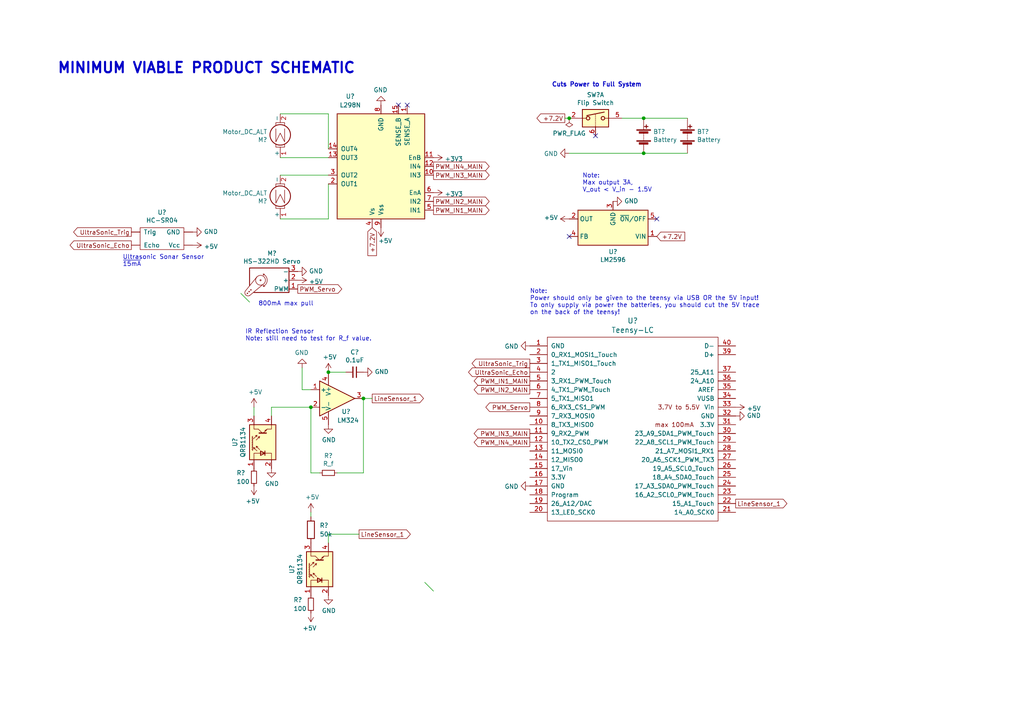
<source format=kicad_sch>
(kicad_sch (version 20211123) (generator eeschema)
  (paper "A4")
  (lib_symbols
    (symbol "Analog_Switch:DG9422DV" (pin_names (offset 0.254))
      (property "Reference" "U" (at -3.683 5.334 0))
      (property "Value" "DG9422DV" (at -3.683 3.556 0))
      (symbol "DG9422DV_1_1"
        (rectangle (start -3.81 2.54) (end 3.81 -2.54) (stroke (width 0.254)) (fill (type background)))
        (circle (center -2.159 0) (radius 0.508) (stroke (width 0.254)))
        (polyline (pts (xy -5.08 0) (xy -2.794 0)))
        (polyline (pts (xy -2.54 0.762) (xy 2.54 1.778)) (stroke (width 0.254)))
        (polyline (pts (xy 0 -2.54) (xy 0 -2.032)))
        (polyline (pts (xy 0 -1.778) (xy 0 -1.524)))
        (polyline (pts (xy 0 -1.27) (xy 0 -1.016)))
        (polyline (pts (xy 0 -0.762) (xy 0 -0.508)))
        (polyline (pts (xy 0 -0.254) (xy 0 0)))
        (polyline (pts (xy 0 0.254) (xy 0 0.508)))
        (polyline (pts (xy 0 0.762) (xy 0 1.016)))
        (polyline (pts (xy 5.08 0) (xy 2.794 0)))
        (circle (center 2.159 0) (radius 0.508) (stroke (width 0.254)))
        (pin passive line (at -7.62 0 0) (length 2.54) (name "~") (number "2"))
        (pin passive line (at 7.62 0 180) (length 2.54) (name "~") (number "5"))
        (pin input line (at 0 -5.08 90) (length 2.54) (name "~") (number "6"))
      )
      (symbol "DG9422DV_2_0"
        (pin power_in line (at 0 12.7 270) (length 2.54) (name "V+") (number "1"))
        (pin power_in line (at 2.54 -12.7 90) (length 2.54) (name "V-") (number "3"))
        (pin power_in line (at 0 -12.7 90) (length 2.54) (name "GND") (number "4"))
      )
      (symbol "DG9422DV_2_1"
        (rectangle (start -3.81 10.16) (end 6.35 -10.16) (stroke (width 0.254)) (fill (type background)))
      )
    )
    (symbol "Device:Battery" (pin_numbers hide) (pin_names (offset 0) hide)
      (property "Reference" "BT" (at 2.54 2.54 0))
      (property "Value" "Battery" (at 2.54 0 0))
      (symbol "Battery_0_1"
        (rectangle (start -2.032 -1.397) (end 2.032 -1.651) (fill (type outline)))
        (rectangle (start -2.032 1.778) (end 2.032 1.524) (fill (type outline)))
        (rectangle (start -1.3208 -1.9812) (end 1.27 -2.4892) (fill (type outline)))
        (rectangle (start -1.3208 1.1938) (end 1.27 0.6858) (fill (type outline)))
        (polyline (pts (xy 0 -1.524) (xy 0 -1.27)))
        (polyline (pts (xy 0 -1.016) (xy 0 -0.762)))
        (polyline (pts (xy 0 -0.508) (xy 0 -0.254)))
        (polyline (pts (xy 0 0) (xy 0 0.254)))
        (polyline (pts (xy 0 0.508) (xy 0 0.762)))
        (polyline (pts (xy 0 1.778) (xy 0 2.54)))
        (polyline (pts (xy 0.254 2.667) (xy 1.27 2.667)) (stroke (width 0.254)))
        (polyline (pts (xy 0.762 3.175) (xy 0.762 2.159)) (stroke (width 0.254)))
      )
      (symbol "Battery_1_1"
        (pin passive line (at 0 5.08 270) (length 2.54) (name "+") (number "1"))
        (pin passive line (at 0 -5.08 90) (length 2.54) (name "-") (number "2"))
      )
    )
    (symbol "Device:C_Small" (pin_numbers hide) (pin_names (offset 0.254) hide)
      (property "Reference" "C" (at 0.254 1.778 0))
      (property "Value" "C_Small" (at 0.254 -2.032 0))
      (symbol "C_Small_0_1"
        (polyline (pts (xy -1.524 -0.508) (xy 1.524 -0.508)) (stroke (width 0.3302)))
        (polyline (pts (xy -1.524 0.508) (xy 1.524 0.508)) (stroke (width 0.3048)))
      )
      (symbol "C_Small_1_1"
        (pin passive line (at 0 2.54 270) (length 2.032) (name "~") (number "1"))
        (pin passive line (at 0 -2.54 90) (length 2.032) (name "~") (number "2"))
      )
    )
    (symbol "Device:R" (pin_numbers hide) (pin_names (offset 0))
      (property "Reference" "R" (at 2.032 0 90))
      (property "Value" "R" (at 0 0 90))
      (symbol "R_0_1"
        (rectangle (start -1.016 -2.54) (end 1.016 2.54) (stroke (width 0.254)))
      )
      (symbol "R_1_1"
        (pin passive line (at 0 3.81 270) (length 1.27) (name "~") (number "1"))
        (pin passive line (at 0 -3.81 90) (length 1.27) (name "~") (number "2"))
      )
    )
    (symbol "Device:R_Small" (pin_numbers hide) (pin_names (offset 0.254) hide)
      (property "Reference" "R" (at 0.762 0.508 0))
      (property "Value" "R_Small" (at 0.762 -1.016 0))
      (symbol "R_Small_0_1"
        (rectangle (start -0.762 1.778) (end 0.762 -1.778) (stroke (width 0.2032)))
      )
      (symbol "R_Small_1_1"
        (pin passive line (at 0 2.54 270) (length 0.762) (name "~") (number "1"))
        (pin passive line (at 0 -2.54 90) (length 0.762) (name "~") (number "2"))
      )
    )
    (symbol "Driver_Motor:L298HN" (pin_names (offset 1.016))
      (property "Reference" "U" (at -10.16 16.51 0))
      (property "Value" "L298HN" (at 12.7 16.51 0))
      (symbol "L298HN_0_1"
        (rectangle (start -12.7 15.24) (end 12.7 -15.24) (stroke (width 0.254)) (fill (type background)))
      )
      (symbol "L298HN_1_1"
        (pin power_in line (at -7.62 -17.78 90) (length 2.54) (name "SENSE_A") (number "1"))
        (pin input line (at -15.24 2.54 0) (length 2.54) (name "IN3") (number "10"))
        (pin input line (at -15.24 -2.54 0) (length 2.54) (name "EnB") (number "11"))
        (pin input line (at -15.24 0 0) (length 2.54) (name "IN4") (number "12"))
        (pin output line (at 15.24 -2.54 180) (length 2.54) (name "OUT3") (number "13"))
        (pin output line (at 15.24 -5.08 180) (length 2.54) (name "OUT4") (number "14"))
        (pin power_in line (at -5.08 -17.78 90) (length 2.54) (name "SENSE_B") (number "15"))
        (pin output line (at 15.24 5.08 180) (length 2.54) (name "OUT1") (number "2"))
        (pin output line (at 15.24 2.54 180) (length 2.54) (name "OUT2") (number "3"))
        (pin power_in line (at 2.54 17.78 270) (length 2.54) (name "Vs") (number "4"))
        (pin input line (at -15.24 12.7 0) (length 2.54) (name "IN1") (number "5"))
        (pin input line (at -15.24 7.62 0) (length 2.54) (name "EnA") (number "6"))
        (pin input line (at -15.24 10.16 0) (length 2.54) (name "IN2") (number "7"))
        (pin power_in line (at 0 -17.78 90) (length 2.54) (name "GND") (number "8"))
        (pin power_in line (at 0 17.78 270) (length 2.54) (name "Vss") (number "9"))
      )
    )
    (symbol "Motor:Motor_DC_ALT" (pin_names (offset 0))
      (property "Reference" "M" (at 2.54 2.54 0))
      (property "Value" "Motor_DC_ALT" (at 2.54 -5.08 0))
      (symbol "Motor_DC_ALT_0_0"
        (circle (center 0 -1.524) (radius 2.9718) (stroke (width 0.254)))
        (polyline (pts (xy -1.27 -4.318) (xy -1.27 -5.08) (xy 1.27 -5.08) (xy 1.27 -4.318)))
        (polyline (pts (xy -1.27 1.27) (xy -1.27 2.032) (xy 1.27 2.032) (xy 1.27 1.27)))
        (polyline (pts (xy -1.27 -3.302) (xy -1.27 0.508) (xy 0 -2.032) (xy 1.27 0.508) (xy 1.27 -3.302)))
      )
      (symbol "Motor_DC_ALT_0_1"
        (polyline (pts (xy 0 2.032) (xy 0 2.54)))
      )
      (symbol "Motor_DC_ALT_1_1"
        (pin passive line (at 0 5.08 270) (length 2.54) (name "+") (number "1"))
        (pin passive line (at 0 -7.62 90) (length 2.54) (name "-") (number "2"))
      )
    )
    (symbol "Motor:Motor_Servo" (pin_names (offset 0.0254))
      (property "Reference" "M" (at -5.08 4.445 0))
      (property "Value" "Motor_Servo" (at -5.08 -4.064 0))
      (symbol "Motor_Servo_0_1"
        (polyline (pts (xy 2.413 -1.778) (xy 2.032 -1.778)))
        (polyline (pts (xy 2.413 -1.778) (xy 2.286 -1.397)))
        (polyline (pts (xy 2.413 1.778) (xy 1.905 1.778)))
        (polyline (pts (xy 2.413 1.778) (xy 2.286 1.397)))
        (polyline (pts (xy 6.35 4.445) (xy 2.54 1.27)))
        (polyline (pts (xy 7.62 3.175) (xy 4.191 -1.016)))
        (polyline (pts (xy 5.08 3.556) (xy -5.08 3.556) (xy -5.08 -3.556) (xy 6.35 -3.556) (xy 6.35 1.524)) (stroke (width 0.254)))
        (arc (start 2.413 1.778) (mid 1.2406 0) (end 2.413 -1.778))
        (circle (center 3.175 0) (radius 0.1778))
        (circle (center 3.175 0) (radius 1.4224))
        (circle (center 5.969 2.794) (radius 0.127))
        (circle (center 6.477 3.302) (radius 0.127))
        (circle (center 6.985 3.81) (radius 0.127))
        (arc (start 7.62 3.175) (mid 7.4485 4.2735) (end 6.35 4.445))
      )
      (symbol "Motor_Servo_1_1"
        (pin passive line (at -7.62 2.54 0) (length 2.54) (name "PWM") (number "1"))
        (pin passive line (at -7.62 0 0) (length 2.54) (name "+") (number "2"))
        (pin passive line (at -7.62 -2.54 0) (length 2.54) (name "-") (number "3"))
      )
    )
    (symbol "Regulator_Switching:LM2596S-5"
      (property "Reference" "U" (at -10.16 6.35 0))
      (property "Value" "LM2596S-5" (at 0 6.35 0))
      (symbol "LM2596S-5_0_1"
        (rectangle (start -10.16 5.08) (end 10.16 -5.08) (stroke (width 0.254)) (fill (type background)))
      )
      (symbol "LM2596S-5_1_1"
        (pin power_in line (at -12.7 2.54 0) (length 2.54) (name "VIN") (number "1"))
        (pin output line (at 12.7 -2.54 180) (length 2.54) (name "OUT") (number "2"))
        (pin power_in line (at 0 -7.62 90) (length 2.54) (name "GND") (number "3"))
        (pin input line (at 12.7 2.54 180) (length 2.54) (name "FB") (number "4"))
        (pin input line (at -12.7 -2.54 0) (length 2.54) (name "~{ON}/OFF") (number "5"))
      )
    )
    (symbol "Sensor_Proximity:QRE1113" (pin_names (offset 0.0254) hide)
      (property "Reference" "U" (at -3.81 5.08 0))
      (property "Value" "QRE1113" (at 8.89 5.08 0))
      (symbol "QRE1113_0_1"
        (polyline (pts (xy -3.81 -0.635) (xy -2.54 -0.635)) (stroke (width 0.254)))
        (polyline (pts (xy -2.286 2.921) (xy -2.032 3.175)))
        (polyline (pts (xy -1.778 2.921) (xy -1.524 3.175)))
        (polyline (pts (xy -1.524 2.667) (xy -1.651 2.159)))
        (polyline (pts (xy -1.27 2.921) (xy -1.016 3.175)))
        (polyline (pts (xy -1.143 1.905) (xy -1.27 1.397)))
        (polyline (pts (xy -0.762 2.921) (xy -0.508 3.175)))
        (polyline (pts (xy -0.254 2.921) (xy 0 3.175)))
        (polyline (pts (xy 0.254 2.921) (xy 0.508 3.175)))
        (polyline (pts (xy 0.762 2.921) (xy 1.016 3.175)))
        (polyline (pts (xy 1.27 2.921) (xy 1.524 3.175)))
        (polyline (pts (xy 1.651 0.889) (xy 1.143 1.016)))
        (polyline (pts (xy 1.778 2.921) (xy -2.413 2.921)))
        (polyline (pts (xy 2.032 1.651) (xy 1.524 1.778)))
        (polyline (pts (xy 2.667 -0.127) (xy 3.81 -1.27)))
        (polyline (pts (xy 2.667 0.127) (xy 3.81 1.27)))
        (polyline (pts (xy -2.54 1.651) (xy -1.524 2.667) (xy -2.032 2.54)))
        (polyline (pts (xy -2.159 0.889) (xy -1.143 1.905) (xy -1.651 1.778)))
        (polyline (pts (xy 0.635 1.905) (xy 1.651 0.889) (xy 1.524 1.397)))
        (polyline (pts (xy 1.016 2.667) (xy 2.032 1.651) (xy 1.905 2.159)))
        (polyline (pts (xy 2.667 1.016) (xy 2.667 -1.016) (xy 2.667 -1.016)) (stroke (width 0.3556)))
        (polyline (pts (xy 3.81 -1.27) (xy 3.81 -2.54) (xy 5.08 -2.54)))
        (polyline (pts (xy 3.81 1.27) (xy 3.81 2.54) (xy 5.08 2.54)))
        (polyline (pts (xy -5.08 -2.54) (xy -3.175 -2.54) (xy -3.175 2.54) (xy -5.08 2.54)))
        (polyline (pts (xy -3.175 -0.635) (xy -3.81 0.635) (xy -2.54 0.635) (xy -3.175 -0.635)) (stroke (width 0.254)))
        (polyline (pts (xy 3.683 -1.143) (xy 3.429 -0.635) (xy 3.175 -0.889) (xy 3.683 -1.143)))
        (polyline (pts (xy -5.08 -3.81) (xy 5.08 -3.81) (xy 5.08 3.81) (xy -5.08 3.81) (xy -5.08 -3.81)) (stroke (width 0.254)) (fill (type background)))
      )
      (symbol "QRE1113_1_1"
        (pin passive line (at -7.62 2.54 0) (length 2.54) (name "A") (number "1"))
        (pin passive line (at -7.62 -2.54 0) (length 2.54) (name "K") (number "2"))
        (pin open_collector line (at 7.62 2.54 180) (length 2.54) (name "~") (number "3"))
        (pin open_emitter line (at 7.62 -2.54 180) (length 2.54) (name "~") (number "4"))
      )
    )
    (symbol "power:+3.3V" (power) (pin_names (offset 0))
      (property "Value" "+3.3V" (at 0 3.556 0))
      (symbol "+3.3V_0_1"
        (polyline (pts (xy -0.762 1.27) (xy 0 2.54)))
        (polyline (pts (xy 0 0) (xy 0 2.54)))
        (polyline (pts (xy 0 2.54) (xy 0.762 1.27)))
      )
      (symbol "+3.3V_1_1"
        (pin power_in line (at 0 0 90) (length 0) hide (name "+3V3") (number "1"))
      )
    )
    (symbol "power:+5V" (power) (pin_names (offset 0))
      (property "Value" "+5V" (at 0 3.556 0))
      (symbol "+5V_0_1"
        (polyline (pts (xy -0.762 1.27) (xy 0 2.54)))
        (polyline (pts (xy 0 0) (xy 0 2.54)))
        (polyline (pts (xy 0 2.54) (xy 0.762 1.27)))
      )
      (symbol "+5V_1_1"
        (pin power_in line (at 0 0 90) (length 0) hide (name "+5V") (number "1"))
      )
    )
    (symbol "power:GND" (power) (pin_names (offset 0))
      (property "Value" "GND" (at 0 -3.81 0))
      (symbol "GND_0_1"
        (polyline (pts (xy 0 0) (xy 0 -1.27) (xy 1.27 -1.27) (xy 0 -2.54) (xy -1.27 -1.27) (xy 0 -1.27)))
      )
      (symbol "GND_1_1"
        (pin power_in line (at 0 0 270) (length 0) hide (name "GND") (number "1"))
      )
    )
    (symbol "power:PWR_FLAG" (power) (pin_numbers hide) (pin_names (offset 0) hide)
      (property "Value" "PWR_FLAG" (at 0 3.81 0))
      (symbol "PWR_FLAG_0_0"
        (pin power_out line (at 0 0 90) (length 0) (name "pwr") (number "1"))
      )
      (symbol "PWR_FLAG_0_1"
        (polyline (pts (xy 0 0) (xy 0 1.27) (xy -1.016 1.905) (xy 0 2.54) (xy 1.016 1.905) (xy 0 1.27)))
      )
    )
    (symbol "pspice:OPAMP" (pin_names (offset 0.254))
      (property "Reference" "U" (at 3.81 3.175 0))
      (property "Value" "OPAMP" (at 3.81 -3.175 0))
      (symbol "OPAMP_0_1"
        (polyline (pts (xy 5.08 0) (xy -5.08 5.08) (xy -5.08 -5.08) (xy 5.08 0)) (stroke (width 0.254)) (fill (type background)))
      )
      (symbol "OPAMP_1_1"
        (pin input line (at -7.62 2.54 0) (length 2.54) (name "+") (number "1"))
        (pin input line (at -7.62 -2.54 0) (length 2.54) (name "-") (number "2"))
        (pin output line (at 7.62 0 180) (length 2.54) (name "~") (number "3"))
        (pin power_in line (at -2.54 7.62 270) (length 3.81) (name "V+") (number "4"))
        (pin power_in line (at -2.54 -7.62 90) (length 3.81) (name "V-") (number "5"))
      )
    )
    (symbol "teensy:HC-SR04" (pin_names (offset 1.016))
      (property "Reference" "U" (at 0 0 0))
      (property "Value" "HC-SR04" (at 0 2.54 0))
      (symbol "HC-SR04_0_1"
        (rectangle (start -6.35 -2.54) (end 6.35 -8.89))
      )
      (symbol "HC-SR04_1_1"
        (pin bidirectional line (at -8.89 -7.62 0) (length 2.54) (name "Echo") (number "~"))
        (pin power_in line (at 8.89 -3.81 180) (length 2.54) (name "GND") (number "~"))
        (pin bidirectional line (at -8.89 -3.81 0) (length 2.54) (name "Trig") (number "~"))
        (pin power_in line (at 8.89 -7.62 180) (length 2.54) (name "Vcc") (number "~"))
      )
    )
    (symbol "teensy:Teensy-LC" (pin_names (offset 1.016))
      (property "Reference" "U" (at 0 29.21 0))
      (property "Value" "Teensy-LC" (at 0 -29.21 0))
      (symbol "Teensy-LC_0_0"
        (text "3.7V to 5.5V" (at 13.97 6.35 0) (effects (font (size 1.27 1.27))))
        (text "max 100mA" (at 12.7 1.27 0) (effects (font (size 1.27 1.27))))
      )
      (symbol "Teensy-LC_0_1"
        (rectangle (start -24.13 26.67) (end 25.4 -26.67))
      )
      (symbol "Teensy-LC_1_1"
        (pin power_in line (at -29.21 24.13 0) (length 5.08) (name "GND") (number "1"))
        (pin bidirectional line (at -29.21 1.27 0) (length 5.08) (name "8_TX3_MISO0") (number "10"))
        (pin bidirectional line (at -29.21 -1.27 0) (length 5.08) (name "9_RX2_PWM") (number "11"))
        (pin bidirectional line (at -29.21 -3.81 0) (length 5.08) (name "10_TX2_CS0_PWM") (number "12"))
        (pin bidirectional line (at -29.21 -6.35 0) (length 5.08) (name "11_MOSI0") (number "13"))
        (pin bidirectional line (at -29.21 -8.89 0) (length 5.08) (name "12_MISO0") (number "14"))
        (pin output line (at -29.21 -11.43 0) (length 5.08) (name "17_Vin") (number "15"))
        (pin power_in line (at -29.21 -13.97 0) (length 5.08) (name "3.3V") (number "16"))
        (pin power_in line (at -29.21 -16.51 0) (length 5.08) (name "GND") (number "17"))
        (pin input line (at -29.21 -19.05 0) (length 5.08) (name "Program") (number "18"))
        (pin bidirectional line (at -29.21 -21.59 0) (length 5.08) (name "26_A12/DAC") (number "19"))
        (pin bidirectional line (at -29.21 21.59 0) (length 5.08) (name "0_RX1_MOSI1_Touch") (number "2"))
        (pin bidirectional line (at -29.21 -24.13 0) (length 5.08) (name "13_LED_SCK0") (number "20"))
        (pin bidirectional line (at 30.48 -24.13 180) (length 5.08) (name "14_A0_SCK0") (number "21"))
        (pin bidirectional line (at 30.48 -21.59 180) (length 5.08) (name "15_A1_Touch") (number "22"))
        (pin bidirectional line (at 30.48 -19.05 180) (length 5.08) (name "16_A2_SCL0_PWM_Touch") (number "23"))
        (pin bidirectional line (at 30.48 -16.51 180) (length 5.08) (name "17_A3_SDA0_PWM_Touch") (number "24"))
        (pin bidirectional line (at 30.48 -13.97 180) (length 5.08) (name "18_A4_SDA0_Touch") (number "25"))
        (pin bidirectional line (at 30.48 -11.43 180) (length 5.08) (name "19_A5_SCL0_Touch") (number "26"))
        (pin bidirectional line (at 30.48 -8.89 180) (length 5.08) (name "20_A6_SCK1_PWM_TX3") (number "27"))
        (pin bidirectional line (at 30.48 -6.35 180) (length 5.08) (name "21_A7_MOSI1_RX1") (number "28"))
        (pin bidirectional line (at 30.48 -3.81 180) (length 5.08) (name "22_A8_SCL1_PWM_Touch") (number "29"))
        (pin bidirectional line (at -29.21 19.05 0) (length 5.08) (name "1_TX1_MISO1_Touch") (number "3"))
        (pin bidirectional line (at 30.48 -1.27 180) (length 5.08) (name "23_A9_SDA1_PWM_Touch") (number "30"))
        (pin power_out line (at 30.48 1.27 180) (length 5.08) (name "3.3V") (number "31"))
        (pin power_in line (at 30.48 3.81 180) (length 5.08) (name "GND") (number "32"))
        (pin power_in line (at 30.48 6.35 180) (length 5.08) (name "Vin") (number "33"))
        (pin power_in line (at 30.48 8.89 180) (length 5.08) (name "VUSB") (number "34"))
        (pin input line (at 30.48 11.43 180) (length 5.08) (name "AREF") (number "35"))
        (pin bidirectional line (at 30.48 13.97 180) (length 5.08) (name "24_A10") (number "36"))
        (pin bidirectional line (at 30.48 16.51 180) (length 5.08) (name "25_A11") (number "37"))
        (pin bidirectional line (at 30.48 21.59 180) (length 5.08) (name "D+") (number "39"))
        (pin bidirectional line (at -29.21 16.51 0) (length 5.08) (name "2") (number "4"))
        (pin bidirectional line (at 30.48 24.13 180) (length 5.08) (name "D-") (number "40"))
        (pin bidirectional line (at -29.21 13.97 0) (length 5.08) (name "3_RX1_PWM_Touch") (number "5"))
        (pin bidirectional line (at -29.21 11.43 0) (length 5.08) (name "4_TX1_PWM_Touch") (number "6"))
        (pin bidirectional line (at -29.21 8.89 0) (length 5.08) (name "5_TX1_MISO1") (number "7"))
        (pin bidirectional line (at -29.21 6.35 0) (length 5.08) (name "6_RX3_CS1_PWM") (number "8"))
        (pin bidirectional line (at -29.21 3.81 0) (length 5.08) (name "7_RX3_MOSI0") (number "9"))
      )
    )
  )
  (junction (at 186.69 34.29))
  (junction (at 90.17 118.11))
  (junction (at 186.69 44.45))
  (junction (at 165.1 34.29))
  (junction (at 105.41 115.57))
  (junction (at 95.25 107.95))
  (no_connect (at 190.5 63.5))
  (no_connect (at 172.72 39.37))
  (no_connect (at 165.1 68.58))
  (no_connect (at 115.57 30.48))
  (no_connect (at 118.11 30.48))
  (bus_entry (at 123.19 168.91) (size 2.54 2.54))
  (bus_entry (at 69.85 85.09) (size 2.54 2.54))
  (wire (pts (xy 95.25 63.5) (xy 81.28 63.5)))
  (wire (pts (xy 186.69 44.45) (xy 199.39 44.45)))
  (wire (pts (xy 90.17 113.03) (xy 87.63 113.03)))
  (wire (pts (xy 95.25 157.48) (xy 95.25 154.94)))
  (wire (pts (xy 105.41 137.16) (xy 105.41 115.57)))
  (wire (pts (xy 78.74 120.65) (xy 78.74 118.11)))
  (wire (pts (xy 105.41 115.57) (xy 107.95 115.57)))
  (wire (pts (xy 90.17 137.16) (xy 92.71 137.16)))
  (wire (pts (xy 73.66 118.11) (xy 73.66 120.65)))
  (wire (pts (xy 95.25 154.94) (xy 104.14 154.94)))
  (wire (pts (xy 165.1 34.29) (xy 163.83 34.29)))
  (wire (pts (xy 95.25 107.95) (xy 100.33 107.95)))
  (wire (pts (xy 95.25 43.18) (xy 95.25 33.02)))
  (wire (pts (xy 95.25 45.72) (xy 81.28 45.72)))
  (wire (pts (xy 186.69 34.29) (xy 180.34 34.29)))
  (wire (pts (xy 90.17 118.11) (xy 90.17 137.16)))
  (wire (pts (xy 95.25 53.34) (xy 95.25 63.5)))
  (wire (pts (xy 186.69 44.45) (xy 165.1 44.45)))
  (wire (pts (xy 95.25 33.02) (xy 81.28 33.02)))
  (wire (pts (xy 186.69 34.29) (xy 199.39 34.29)))
  (wire (pts (xy 87.63 113.03) (xy 87.63 106.68)))
  (wire (pts (xy 78.74 118.11) (xy 90.17 118.11)))
  (wire (pts (xy 90.17 148.59) (xy 90.17 149.86)))
  (wire (pts (xy 95.25 50.8) (xy 81.28 50.8)))
  (wire (pts (xy 97.79 137.16) (xy 105.41 137.16)))
  (text "IR Reflection Sensor\nNote: still need to test for R_f value." (at 71.12 99.06 0) (effects (font (size 1.27 1.27)) (justify left bottom)))
  (text "Cuts Power to Full System" (at 160.02 25.4 0) (effects (font (size 1.27 1.27) (thickness 0.254) bold) (justify left bottom)))
  (text "Ultrasonic Sonar Sensor\n~{15mA}" (at 35.56 77.47 0) (effects (font (size 1.27 1.27)) (justify left bottom)))
  (text "Note: \nPower should only be given to the teensy via USB OR the 5V input! \nTo only supply via power the batteries, you should cut the 5V trace\non the back of the teensy!" (at 153.67 91.44 0) (effects (font (size 1.27 1.27)) (justify left bottom)))
  (text "Note: \nMax output 3A, \nV_out < V_in - 1.5V" (at 168.91 55.88 0) (effects (font (size 1.27 1.27)) (justify left bottom)))
  (text "800mA max pull" (at 74.93 88.9 0) (effects (font (size 1.27 1.27)) (justify left bottom)))
  (text "MINIMUM VIABLE PRODUCT SCHEMATIC" (at 16.51 21.59 0) (effects (font (size 2.9972 2.9972) (thickness 0.5994) bold) (justify left bottom)))
  (global_label "+7.2V" (shape input) (at 190.5 68.58 0) (property "Intersheet References" "${INTERSHEET_REFS}" (effects hide)))
  (global_label "PWM_IN3_MAIN" (shape output) (at 153.67 125.73 180) (property "Intersheet References" "${INTERSHEET_REFS}" (effects hide)))
  (global_label "LineSensor_1" (shape output) (at 104.14 154.94 0) (property "Intersheet References" "${INTERSHEET_REFS}" (effects hide)))
  (global_label "PWM_IN2_MAIN" (shape output) (at 125.73 58.42 0) (property "Intersheet References" "${INTERSHEET_REFS}" (effects hide)))
  (global_label "UltraSonic_Echo" (shape output) (at 153.67 107.95 180) (property "Intersheet References" "${INTERSHEET_REFS}" (effects hide)))
  (global_label "PWM_Servo" (shape output) (at 153.67 118.11 180) (property "Intersheet References" "${INTERSHEET_REFS}" (effects hide)))
  (global_label "+7.2V" (shape input) (at 107.95 66.04 270) (property "Intersheet References" "${INTERSHEET_REFS}" (effects hide)))
  (global_label "PWM_IN2_MAIN" (shape output) (at 153.67 113.03 180) (property "Intersheet References" "${INTERSHEET_REFS}" (effects hide)))
  (global_label "UltraSonic_Trig" (shape output) (at 153.67 105.41 180) (property "Intersheet References" "${INTERSHEET_REFS}" (effects hide)))
  (global_label "LineSensor_1" (shape output) (at 107.95 115.57 0) (property "Intersheet References" "${INTERSHEET_REFS}" (effects hide)))
  (global_label "+7.2V" (shape output) (at 163.83 34.29 180) (property "Intersheet References" "${INTERSHEET_REFS}" (effects hide)))
  (global_label "PWM_IN4_MAIN" (shape output) (at 125.73 48.26 0) (property "Intersheet References" "${INTERSHEET_REFS}" (effects hide)))
  (global_label "PWM_IN4_MAIN" (shape output) (at 153.67 128.27 180) (property "Intersheet References" "${INTERSHEET_REFS}" (effects hide)))
  (global_label "UltraSonic_Echo" (shape output) (at 38.1 71.12 180) (property "Intersheet References" "${INTERSHEET_REFS}" (effects hide)))
  (global_label "PWM_IN3_MAIN" (shape output) (at 125.73 50.8 0) (property "Intersheet References" "${INTERSHEET_REFS}" (effects hide)))
  (global_label "PWM_IN1_MAIN" (shape output) (at 153.67 110.49 180) (property "Intersheet References" "${INTERSHEET_REFS}" (effects hide)))
  (global_label "PWM_Servo" (shape output) (at 86.36 83.82 0) (property "Intersheet References" "${INTERSHEET_REFS}" (effects hide)))
  (global_label "LineSensor_1" (shape output) (at 213.36 146.05 0) (property "Intersheet References" "${INTERSHEET_REFS}" (effects hide)))
  (global_label "PWM_IN1_MAIN" (shape output) (at 125.73 60.96 0) (property "Intersheet References" "${INTERSHEET_REFS}" (effects hide)))
  (global_label "UltraSonic_Trig" (shape output) (at 38.1 67.31 180) (property "Intersheet References" "${INTERSHEET_REFS}" (effects hide)))
  (symbol (lib_id "Device:Battery") (at 199.39 39.37 0) (unit 1)
    (property "Reference" "BT?" (at 202.1332 38.2016 0) (effects (justify left)))
    (property "Value" "Battery" (at 202.1332 40.513 0) (effects (justify left)))
  )
  (symbol (lib_id "Device:Battery") (at 186.69 39.37 0) (unit 1)
    (property "Reference" "BT?" (at 189.4332 38.2016 0) (effects (justify left)))
    (property "Value" "Battery" (at 189.4332 40.513 0) (effects (justify left)))
  )
  (symbol (lib_id "Regulator_Switching:LM2596S-5") (at 177.8 66.04 180) (unit 1)
    (property "Reference" "U?" (at 177.8 73.025 0))
    (property "Value" "LM2596" (at 177.8 75.3364 0))
    (property "Footprint" "Package_TO_SOT_SMD:TO-263-5_TabPin3" (effects hide))
    (property "Datasheet" "http://www.ti.com/lit/ds/symlink/lm2596.pdf" (effects hide))
  )
  (symbol (lib_id "Analog_Switch:DG9422DV") (at 172.72 34.29 0) (unit 1)
    (property "Reference" "SW?" (at 172.72 27.5082 0))
    (property "Value" "Flip Switch" (at 172.72 29.8196 0))
    (property "Footprint" "Package_SO:TSOP-6_1.65x3.05mm_P0.95mm" (effects hide))
    (property "Datasheet" "https://www.vishay.com/docs/70679/dg9421.pdf" (effects hide))
  )
  (symbol (lib_id "power:GND") (at 165.1 44.45 270) (unit 1)
    (property "Reference" "#PWR?" (effects hide))
    (property "Value" "GND" (at 161.8488 44.577 90) (effects (justify right)))
  )
  (symbol (lib_id "power:PWR_FLAG") (at 165.1 34.29 180) (unit 1)
    (property "Reference" "#FLG?" (effects hide))
    (property "Value" "PWR_FLAG" (at 165.1 38.6842 0))
  )
  (symbol (lib_id "power:GND") (at 177.8 58.42 90) (unit 1)
    (property "Reference" "#PWR?" (effects hide))
    (property "Value" "GND" (at 181.0512 58.293 90) (effects (justify right)))
  )
  (symbol (lib_id "power:+5V") (at 165.1 63.5 90) (unit 1)
    (property "Reference" "#PWR?" (effects hide))
    (property "Value" "+5V" (at 161.8488 63.119 90) (effects (justify left)))
  )
  (symbol (lib_id "teensy:Teensy-LC") (at 182.88 124.46 0) (unit 1)
    (property "Reference" "U?" (at 183.515 93.0402 0) (effects (font (size 1.524 1.524))))
    (property "Value" "Teensy-LC" (at 183.515 95.7326 0) (effects (font (size 1.524 1.524))))
  )
  (symbol (lib_id "power:GND") (at 213.36 120.65 90) (unit 1)
    (property "Reference" "#PWR?" (effects hide))
    (property "Value" "GND" (at 216.6112 120.523 90) (effects (justify right)))
  )
  (symbol (lib_id "power:GND") (at 153.67 100.33 270) (unit 1)
    (property "Reference" "#PWR?" (effects hide))
    (property "Value" "GND" (at 150.4188 100.457 90) (effects (justify right)))
  )
  (symbol (lib_id "power:GND") (at 153.67 140.97 270) (unit 1)
    (property "Reference" "#PWR?" (effects hide))
    (property "Value" "GND" (at 150.4188 141.097 90) (effects (justify right)))
  )
  (symbol (lib_id "power:+5V") (at 213.36 118.11 270) (unit 1)
    (property "Reference" "#PWR?" (effects hide))
    (property "Value" "+5V" (at 216.6112 118.491 90) (effects (justify left)))
  )
  (symbol (lib_id "Driver_Motor:L298HN") (at 110.49 48.26 180) (unit 1)
    (property "Reference" "U?" (at 101.6 27.94 0))
    (property "Value" "L298N" (at 101.6 30.48 0))
    (property "Footprint" "Package_TO_SOT_THT:TO-220-15_P2.54x2.54mm_StaggerOdd_Lead4.58mm_Vertical" (effects hide))
    (property "Datasheet" "http://www.st.com/st-web-ui/static/active/en/resource/technical/document/datasheet/CD00000240.pdf" (effects hide))
  )
  (symbol (lib_id "power:GND") (at 110.49 30.48 180) (unit 1)
    (property "Reference" "#PWR?" (effects hide))
    (property "Value" "GND" (at 110.363 26.0858 0))
  )
  (symbol (lib_id "power:+5V") (at 110.49 66.04 180) (unit 1)
    (property "Reference" "#PWR?" (effects hide))
    (property "Value" "+5V" (at 111.76 69.85 0))
  )
  (symbol (lib_id "Motor:Motor_DC_ALT") (at 81.28 58.42 180) (unit 1)
    (property "Reference" "M?" (at 77.5462 58.3184 0) (effects (justify left)))
    (property "Value" "Motor_DC_ALT" (at 77.5462 56.007 0) (effects (justify left)))
  )
  (symbol (lib_id "Motor:Motor_DC_ALT") (at 81.28 40.64 180) (unit 1)
    (property "Reference" "M?" (at 77.5462 40.5384 0) (effects (justify left)))
    (property "Value" "Motor_DC_ALT" (at 77.5462 38.227 0) (effects (justify left)))
  )
  (symbol (lib_id "power:+3.3V") (at 125.73 45.72 270) (unit 1)
    (property "Reference" "#PWR?" (effects hide))
    (property "Value" "+3.3V" (at 128.9812 46.101 90) (effects (justify left)))
  )
  (symbol (lib_id "power:+3.3V") (at 125.73 55.88 270) (unit 1)
    (property "Reference" "#PWR?" (effects hide))
    (property "Value" "+3.3V" (at 128.9812 56.261 90) (effects (justify left)))
  )
  (symbol (lib_id "Motor:Motor_Servo") (at 78.74 81.28 180) (unit 1)
    (property "Reference" "M?" (at 78.8924 73.4822 0))
    (property "Value" "HS-322HD Servo" (at 78.8924 75.7936 0))
    (property "Datasheet" "http://forums.parallax.com/uploads/attachments/46831/74481.png" (effects hide))
  )
  (symbol (lib_id "power:+5V") (at 86.36 81.28 270) (unit 1)
    (property "Reference" "#PWR?" (effects hide))
    (property "Value" "+5V" (at 89.6112 81.661 90) (effects (justify left)))
  )
  (symbol (lib_id "power:GND") (at 86.36 78.74 90) (unit 1)
    (property "Reference" "#PWR?" (effects hide))
    (property "Value" "GND" (at 89.6112 78.613 90) (effects (justify right)))
  )
  (symbol (lib_id "Sensor_Proximity:QRE1113") (at 76.2 128.27 90) (unit 1)
    (property "Reference" "U?" (at 68.1482 128.27 0))
    (property "Value" "QRB1134" (at 70.4596 128.27 0))
    (property "Footprint" "OptoDevice:OnSemi_CASE100AQ" (effects hide))
    (property "Datasheet" "http://www.onsemi.com/pub/Collateral/QRE1113-D.PDF" (effects hide))
  )
  (symbol (lib_id "teensy:HC-SR04") (at 46.99 63.5 0) (unit 1)
    (property "Reference" "U?" (at 46.99 61.595 0))
    (property "Value" "HC-SR04" (at 46.99 63.9064 0))
  )
  (symbol (lib_id "power:GND") (at 55.88 67.31 90) (unit 1)
    (property "Reference" "#PWR?" (effects hide))
    (property "Value" "GND" (at 59.1312 67.183 90) (effects (justify right)))
  )
  (symbol (lib_id "power:+5V") (at 55.88 71.12 270) (unit 1)
    (property "Reference" "#PWR?" (effects hide))
    (property "Value" "+5V" (at 59.1312 71.501 90) (effects (justify left)))
  )
  (symbol (lib_id "pspice:OPAMP") (at 97.79 115.57 0) (unit 1)
    (property "Reference" "U?" (at 99.06 119.38 0) (effects (justify left)))
    (property "Value" "LM324" (at 97.79 121.92 0) (effects (justify left)))
  )
  (symbol (lib_id "power:GND") (at 95.25 123.19 0) (unit 1)
    (property "Reference" "#PWR?" (effects hide))
    (property "Value" "GND" (at 95.377 127.5842 0))
  )
  (symbol (lib_id "power:+5V") (at 95.25 107.95 0) (unit 1)
    (property "Reference" "#PWR?" (effects hide))
    (property "Value" "+5V" (at 95.631 103.5558 0))
  )
  (symbol (lib_id "Device:C_Small") (at 102.87 107.95 270) (unit 1)
    (property "Reference" "C?" (at 102.87 102.1334 90))
    (property "Value" "0.1uF" (at 102.87 104.4448 90))
  )
  (symbol (lib_id "power:GND") (at 105.41 107.95 90) (unit 1)
    (property "Reference" "#PWR?" (effects hide))
    (property "Value" "GND" (at 108.6612 107.823 90) (effects (justify right)))
  )
  (symbol (lib_id "power:GND") (at 87.63 106.68 180) (unit 1)
    (property "Reference" "#PWR?" (effects hide))
    (property "Value" "GND" (at 87.503 102.2858 0))
  )
  (symbol (lib_id "Device:R_Small") (at 95.25 137.16 90) (unit 1)
    (property "Reference" "R?" (at 95.25 132.1816 90))
    (property "Value" "R_f" (at 95.25 134.493 90))
  )
  (symbol (lib_id "power:+5V") (at 73.66 118.11 0) (unit 1)
    (property "Reference" "#PWR?" (effects hide))
    (property "Value" "+5V" (at 74.041 113.7158 0))
  )
  (symbol (lib_id "power:+5V") (at 73.66 140.97 180) (unit 1)
    (property "Reference" "#PWR?" (effects hide))
    (property "Value" "+5V" (at 73.279 145.3642 0))
  )
  (symbol (lib_id "Device:R_Small") (at 73.66 138.43 0) (unit 1)
    (property "Reference" "R?" (at 68.58 137.16 0) (effects (justify left)))
    (property "Value" "100" (at 68.58 139.7 0) (effects (justify left)))
  )
  (symbol (lib_id "power:GND") (at 78.74 135.89 0) (unit 1)
    (property "Reference" "#PWR?" (effects hide))
    (property "Value" "GND" (at 78.867 140.2842 0))
  )
  (symbol (lib_id "Device:R") (at 90.17 153.67 0) (unit 1)
    (property "Reference" "R?" (at 92.71 152.3999 0) (effects (justify left)))
    (property "Value" "50k" (at 92.71 154.9399 0) (effects (justify left)))
  )
  (symbol (lib_id "power:GND") (at 95.25 172.72 0) (unit 1)
    (property "Reference" "#PWR?" (effects hide))
    (property "Value" "GND" (at 95.377 177.1142 0))
  )
  (symbol (lib_id "power:+5V") (at 90.17 148.59 0) (unit 1)
    (property "Reference" "#PWR?" (effects hide))
    (property "Value" "+5V" (at 90.551 144.1958 0))
  )
  (symbol (lib_id "Sensor_Proximity:QRE1113") (at 92.71 165.1 90) (unit 1)
    (property "Reference" "U?" (at 84.6582 165.1 0))
    (property "Value" "QRB1134" (at 86.9696 165.1 0))
    (property "Footprint" "OptoDevice:OnSemi_CASE100AQ" (effects hide))
    (property "Datasheet" "http://www.onsemi.com/pub/Collateral/QRE1113-D.PDF" (effects hide))
  )
  (symbol (lib_id "power:+5V") (at 90.17 177.8 180) (unit 1)
    (property "Reference" "#PWR?" (effects hide))
    (property "Value" "+5V" (at 89.789 182.1942 0))
  )
  (symbol (lib_id "Device:R_Small") (at 90.17 175.26 0) (unit 1)
    (property "Reference" "R?" (at 85.09 173.99 0) (effects (justify left)))
    (property "Value" "100" (at 85.09 176.53 0) (effects (justify left)))
  )
)
</source>
